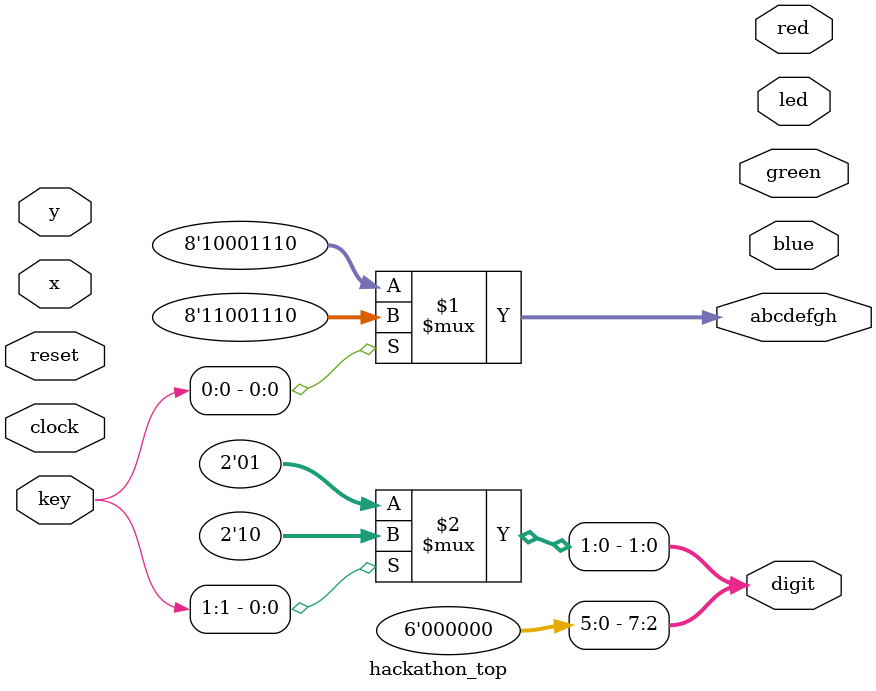
<source format=sv>

module hackathon_top
(
    input  logic       clock,
    input  logic       reset,

    input  logic [7:0] key,
    output logic [7:0] led,

    // A dynamic seven-segment display

    output logic [7:0] abcdefgh,
    output logic [7:0] digit,

    // LCD screen interface

    input  logic [8:0] x,
    input  logic [8:0] y,

    output logic [4:0] red,
    output logic [5:0] green,
    output logic [4:0] blue
);
    //   --a--       --1--
    //  |     |     |      
    //  f     b     1     0
    //  |     |     |      
    //   --g--       --1--
    //  |     |     |      
    //  e     c     1     0
    //  |     |     |      
    //   --d--  h      0    0

    typedef enum bit [7:0]
    {
        //         abcd efgh
        F     = 8'b1000_1110,  // This means "8-bit binary number"
        P     = 8'b1100_1110,
        G     = 8'b1011_1100,
        A     = 8'b1110_1110,
        space = 8'b0000_0000
    }
    seven_seg_encoding_e;

    assign abcdefgh = key [0] ? P : F;
    assign digit    = key [1] ? 2'b10 : 2'b01;

    // Exercise 1: Display the first letters
    // of your first name and last name instead.

    // assign abcdefgh = ...
    // assign digit    = ...

    // Exercise 2: Display letters of a 4-character word
    // using this code to display letter of FPGA as an example

    /*
    seven_seg_encoding_e letter;

    always_comb
      case (key)
      4'b1000: letter = F;
      4'b0100: letter = P;
      4'b0010: letter = G;
      4'b0001: letter = A;
      default: letter = space;
      endcase

    assign abcdefgh = letter;
    assign digit    = key;
    */

endmodule

</source>
